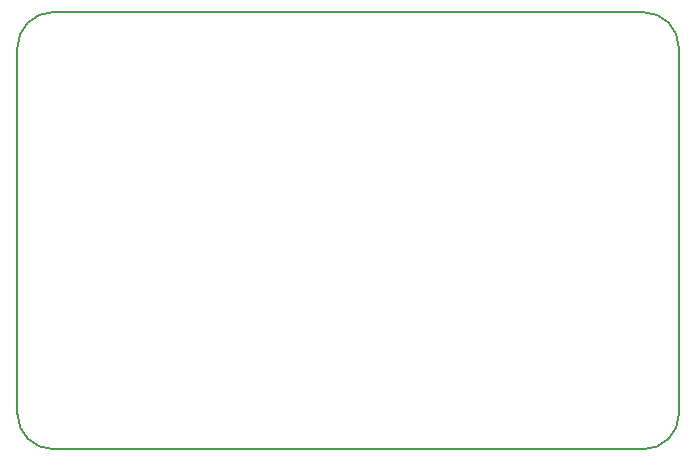
<source format=gm1>
G04 #@! TF.GenerationSoftware,KiCad,Pcbnew,(5.99.0-7519-ga8269b6380)*
G04 #@! TF.CreationDate,2020-12-12T14:20:42-08:00*
G04 #@! TF.ProjectId,icebreaker++,69636562-7265-4616-9b65-722b2b2e6b69,V0.1*
G04 #@! TF.SameCoordinates,PX1c9c380PY3ef1480*
G04 #@! TF.FileFunction,Profile,NP*
%FSLAX46Y46*%
G04 Gerber Fmt 4.6, Leading zero omitted, Abs format (unit mm)*
G04 Created by KiCad (PCBNEW (5.99.0-7519-ga8269b6380)) date 2020-12-12 14:20:42*
%MOMM*%
%LPD*%
G01*
G04 APERTURE LIST*
G04 #@! TA.AperFunction,Profile*
%ADD10C,0.150000*%
G04 #@! TD*
G04 APERTURE END LIST*
D10*
X0Y3000000D02*
X0Y34000000D01*
X3000000Y37000000D02*
X53000000Y37000000D01*
X56000000Y3000000D02*
G75*
G02*
X53000000Y0I-3000000J0D01*
G01*
X53000000Y37000000D02*
G75*
G02*
X56000000Y34000000I0J-3000000D01*
G01*
X3000000Y0D02*
G75*
G02*
X0Y3000000I0J3000000D01*
G01*
X53000000Y0D02*
X3000000Y0D01*
X0Y34000000D02*
G75*
G02*
X3000000Y37000000I3000000J0D01*
G01*
X56000000Y3000000D02*
X56000000Y34000000D01*
M02*

</source>
